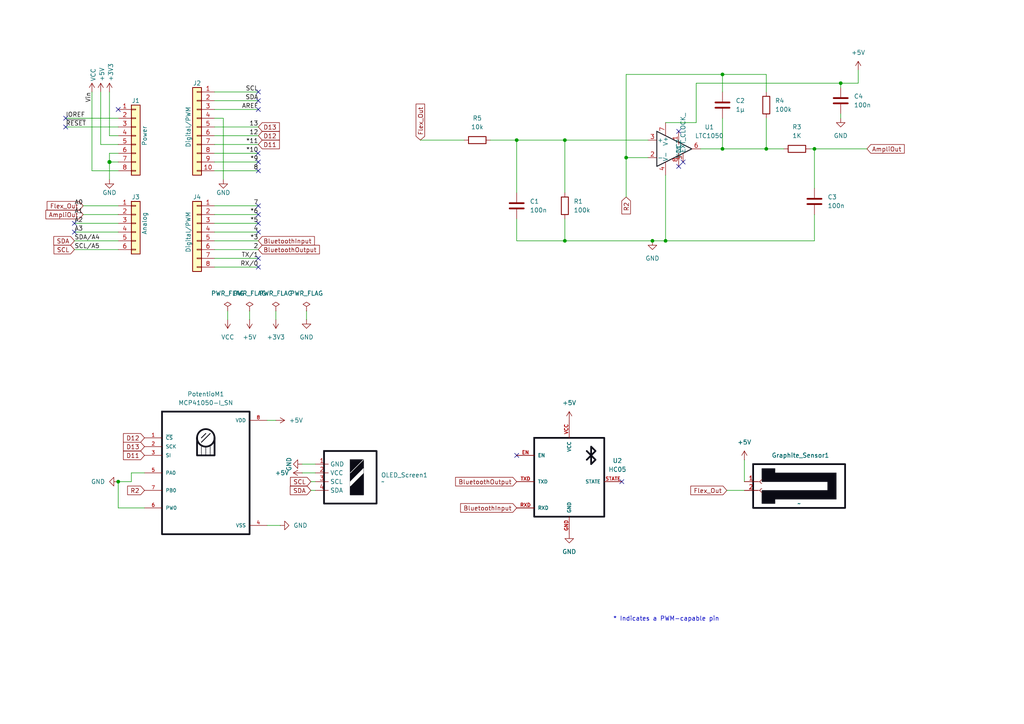
<source format=kicad_sch>
(kicad_sch (version 20250114) (generator "eeschema") (generator_version "9.0")
  (paper "A4")
  (title_block (date "mar. 31 mars 2015"))
  (lib_symbols
    (symbol "+3V3_1" (power) (pin_numbers (hide yes)) (pin_names (offset 0) (hide yes))
      (property "Value" "+3V3" (at 0 3.556 0))
      (symbol "+3V3_1_0_1"
        (polyline (pts (xy -0.762 1.27) (xy 0 2.54)))
        (polyline (pts (xy 0 2.54) (xy 0.762 1.27)))
        (polyline (pts (xy 0 0) (xy 0 2.54)))
      )
      (symbol "+3V3_1_1_1"
        (pin power_in line (at 0 0 90) (length 0) (name "~") (number "1"))
      )
    )
    (symbol "+5V_1" (power) (pin_numbers (hide yes)) (pin_names (offset 0) (hide yes))
      (property "Value" "+5V" (at 0 3.556 0))
      (symbol "+5V_1_0_1"
        (polyline (pts (xy -0.762 1.27) (xy 0 2.54)))
        (polyline (pts (xy 0 2.54) (xy 0.762 1.27)))
        (polyline (pts (xy 0 0) (xy 0 2.54)))
      )
      (symbol "+5V_1_1_1"
        (pin power_in line (at 0 0 90) (length 0) (name "~") (number "1"))
      )
    )
    (symbol "+5V_2" (power) (pin_numbers (hide yes)) (pin_names (offset 0) (hide yes))
      (property "Value" "+5V" (at 0 3.556 0))
      (symbol "+5V_2_0_1"
        (polyline (pts (xy -0.762 1.27) (xy 0 2.54)))
        (polyline (pts (xy 0 2.54) (xy 0.762 1.27)))
        (polyline (pts (xy 0 0) (xy 0 2.54)))
      )
      (symbol "+5V_2_1_1"
        (pin power_in line (at 0 0 90) (length 0) (name "~") (number "1"))
      )
    )
    (symbol "+5V_3" (power) (pin_numbers (hide yes)) (pin_names (offset 0) (hide yes))
      (property "Value" "+5V" (at 0 3.556 0))
      (symbol "+5V_3_0_1"
        (polyline (pts (xy -0.762 1.27) (xy 0 2.54)))
        (polyline (pts (xy 0 2.54) (xy 0.762 1.27)))
        (polyline (pts (xy 0 0) (xy 0 2.54)))
      )
      (symbol "+5V_3_1_1"
        (pin power_in line (at 0 0 90) (length 0) (name "~") (number "1"))
      )
    )
    (symbol "+5V_4" (power) (pin_numbers (hide yes)) (pin_names (offset 0) (hide yes))
      (property "Value" "+5V" (at 0 3.556 0))
      (symbol "+5V_4_0_1"
        (polyline (pts (xy -0.762 1.27) (xy 0 2.54)))
        (polyline (pts (xy 0 2.54) (xy 0.762 1.27)))
        (polyline (pts (xy 0 0) (xy 0 2.54)))
      )
      (symbol "+5V_4_1_1"
        (pin power_in line (at 0 0 90) (length 0) (name "~") (number "1"))
      )
    )
    (symbol "Connector:Conn_01x02_Socket" (pin_names (offset 1.016) (hide yes))
      (property "Reference" "Graphite_Sensor1" (at 11.176 7.62 0))
      (property "Value" "~" (at 10.795 -6.35 0))
      (symbol "Conn_01x02_Socket_1_1"
        (rectangle (start -2.54 5.08) (end 24.13 -7.62) (stroke (width 0.5) (color 10 10 20 1)))
        (polyline (pts (xy -1.27 0) (xy -0.508 0)) (stroke (width 0.1524)))
        (polyline (pts (xy -1.27 -2.54) (xy -0.508 -2.54)) (stroke (width 0.1524)))
        (polyline (pts (xy 0 3.81) (xy 3.81 3.81) (xy 3.81 2.54) (xy 21.59 2.54) (xy 21.59 -5.08) (xy 3.81 -5.08) (xy 3.81 -6.35) (xy 0 -6.35) (xy 0 -2.54) (xy 19.05 -2.54) (xy 19.05 0) (xy 3.81 0) (xy 0 0) (xy 0 3.81)) (stroke (width 0.1) (color 10 10 20 1)) (fill (type color) (color 10 10 20 1)))
        (arc (start 0 -0.508) (mid -0.5058 0) (end 0 0.508) (stroke (width 0.1524)))
        (arc (start 0 -3.048) (mid -0.5058 -2.54) (end 0 -2.032) (stroke (width 0.1524)))
        (pin passive line (at -5.08 0 0) (length 3.81) (name "VCC") (number "1"))
        (pin passive line (at -5.08 -2.54 0) (length 3.81) (name "OutPut") (number "2"))
      )
    )
    (symbol "Connector_Generic:Conn_01x06" (pin_names (offset 1.016) (hide yes))
      (property "Reference" "J" (at 0 7.62 0))
      (property "Value" "Conn_01x06" (at 0 -10.16 0))
      (symbol "Conn_01x06_1_1"
        (rectangle (start -1.27 6.35) (end 1.27 -8.89) (stroke (width 0.254)) (fill (type background)))
        (rectangle (start -1.27 5.207) (end 0 4.953) (stroke (width 0.1524)))
        (rectangle (start -1.27 2.667) (end 0 2.413) (stroke (width 0.1524)))
        (rectangle (start -1.27 0.127) (end 0 -0.127) (stroke (width 0.1524)))
        (rectangle (start -1.27 -2.413) (end 0 -2.667) (stroke (width 0.1524)))
        (rectangle (start -1.27 -4.953) (end 0 -5.207) (stroke (width 0.1524)))
        (rectangle (start -1.27 -7.493) (end 0 -7.747) (stroke (width 0.1524)))
        (pin passive line (at -5.08 5.08 0) (length 3.81) (name "Pin_1") (number "1"))
        (pin passive line (at -5.08 2.54 0) (length 3.81) (name "Pin_2") (number "2"))
        (pin passive line (at -5.08 0 0) (length 3.81) (name "Pin_3") (number "3"))
        (pin passive line (at -5.08 -2.54 0) (length 3.81) (name "Pin_4") (number "4"))
        (pin passive line (at -5.08 -5.08 0) (length 3.81) (name "Pin_5") (number "5"))
        (pin passive line (at -5.08 -7.62 0) (length 3.81) (name "Pin_6") (number "6"))
      )
    )
    (symbol "Connector_Generic:Conn_01x08" (pin_names (offset 1.016) (hide yes))
      (property "Reference" "J" (at 0 10.16 0))
      (property "Value" "Conn_01x08" (at 0 -12.7 0))
      (symbol "Conn_01x08_1_1"
        (rectangle (start -1.27 8.89) (end 1.27 -11.43) (stroke (width 0.254)) (fill (type background)))
        (rectangle (start -1.27 7.747) (end 0 7.493) (stroke (width 0.1524)))
        (rectangle (start -1.27 5.207) (end 0 4.953) (stroke (width 0.1524)))
        (rectangle (start -1.27 2.667) (end 0 2.413) (stroke (width 0.1524)))
        (rectangle (start -1.27 0.127) (end 0 -0.127) (stroke (width 0.1524)))
        (rectangle (start -1.27 -2.413) (end 0 -2.667) (stroke (width 0.1524)))
        (rectangle (start -1.27 -4.953) (end 0 -5.207) (stroke (width 0.1524)))
        (rectangle (start -1.27 -7.493) (end 0 -7.747) (stroke (width 0.1524)))
        (rectangle (start -1.27 -10.033) (end 0 -10.287) (stroke (width 0.1524)))
        (pin passive line (at -5.08 7.62 0) (length 3.81) (name "Pin_1") (number "1"))
        (pin passive line (at -5.08 5.08 0) (length 3.81) (name "Pin_2") (number "2"))
        (pin passive line (at -5.08 2.54 0) (length 3.81) (name "Pin_3") (number "3"))
        (pin passive line (at -5.08 0 0) (length 3.81) (name "Pin_4") (number "4"))
        (pin passive line (at -5.08 -2.54 0) (length 3.81) (name "Pin_5") (number "5"))
        (pin passive line (at -5.08 -5.08 0) (length 3.81) (name "Pin_6") (number "6"))
        (pin passive line (at -5.08 -7.62 0) (length 3.81) (name "Pin_7") (number "7"))
        (pin passive line (at -5.08 -10.16 0) (length 3.81) (name "Pin_8") (number "8"))
      )
    )
    (symbol "Connector_Generic:Conn_01x10" (pin_names (offset 1.016) (hide yes))
      (property "Reference" "J" (at 0 12.7 0))
      (property "Value" "Conn_01x10" (at 0 -15.24 0))
      (symbol "Conn_01x10_1_1"
        (rectangle (start -1.27 11.43) (end 1.27 -13.97) (stroke (width 0.254)) (fill (type background)))
        (rectangle (start -1.27 10.287) (end 0 10.033) (stroke (width 0.1524)))
        (rectangle (start -1.27 7.747) (end 0 7.493) (stroke (width 0.1524)))
        (rectangle (start -1.27 5.207) (end 0 4.953) (stroke (width 0.1524)))
        (rectangle (start -1.27 2.667) (end 0 2.413) (stroke (width 0.1524)))
        (rectangle (start -1.27 0.127) (end 0 -0.127) (stroke (width 0.1524)))
        (rectangle (start -1.27 -2.413) (end 0 -2.667) (stroke (width 0.1524)))
        (rectangle (start -1.27 -4.953) (end 0 -5.207) (stroke (width 0.1524)))
        (rectangle (start -1.27 -7.493) (end 0 -7.747) (stroke (width 0.1524)))
        (rectangle (start -1.27 -10.033) (end 0 -10.287) (stroke (width 0.1524)))
        (rectangle (start -1.27 -12.573) (end 0 -12.827) (stroke (width 0.1524)))
        (pin passive line (at -5.08 10.16 0) (length 3.81) (name "Pin_1") (number "1"))
        (pin passive line (at -5.08 7.62 0) (length 3.81) (name "Pin_2") (number "2"))
        (pin passive line (at -5.08 5.08 0) (length 3.81) (name "Pin_3") (number "3"))
        (pin passive line (at -5.08 2.54 0) (length 3.81) (name "Pin_4") (number "4"))
        (pin passive line (at -5.08 0 0) (length 3.81) (name "Pin_5") (number "5"))
        (pin passive line (at -5.08 -2.54 0) (length 3.81) (name "Pin_6") (number "6"))
        (pin passive line (at -5.08 -5.08 0) (length 3.81) (name "Pin_7") (number "7"))
        (pin passive line (at -5.08 -7.62 0) (length 3.81) (name "Pin_8") (number "8"))
        (pin passive line (at -5.08 -10.16 0) (length 3.81) (name "Pin_9") (number "9"))
        (pin passive line (at -5.08 -12.7 0) (length 3.81) (name "Pin_10") (number "10"))
      )
    )
    (symbol "Device:C" (pin_numbers (hide yes)) (pin_names (offset 0.254))
      (property "Reference" "C" (at 0.635 2.54 0))
      (property "Value" "C" (at 0.635 -2.54 0))
      (symbol "C_0_1"
        (polyline (pts (xy -2.032 0.762) (xy 2.032 0.762)) (stroke (width 0.508)))
        (polyline (pts (xy -2.032 -0.762) (xy 2.032 -0.762)) (stroke (width 0.508)))
      )
      (symbol "C_1_1"
        (pin passive line (at 0 3.81 270) (length 2.794) (name "~") (number "1"))
        (pin passive line (at 0 -3.81 90) (length 2.794) (name "~") (number "2"))
      )
    )
    (symbol "Device:R" (pin_numbers (hide yes)) (pin_names (offset 0))
      (property "Reference" "R" (at 2.032 0 90))
      (property "Value" "R" (at 0 0 90))
      (symbol "R_0_1"
        (rectangle (start -1.016 -2.54) (end 1.016 2.54) (stroke (width 0.254)))
      )
      (symbol "R_1_1"
        (pin passive line (at 0 3.81 270) (length 1.27) (name "~") (number "1"))
        (pin passive line (at 0 -3.81 90) (length 1.27) (name "~") (number "2"))
      )
    )
    (symbol "GND_1" (power) (pin_numbers (hide yes)) (pin_names (offset 0) (hide yes))
      (property "Value" "GND" (at 0 -3.81 0))
      (symbol "GND_1_0_1"
        (polyline (pts (xy 0 0) (xy 0 -1.27) (xy 1.27 -1.27) (xy 0 -2.54) (xy -1.27 -1.27) (xy 0 -1.27)))
      )
      (symbol "GND_1_1_1"
        (pin power_in line (at 0 0 270) (length 0) (name "~") (number "1"))
      )
    )
    (symbol "GND_3" (power) (pin_numbers (hide yes)) (pin_names (offset 0) (hide yes))
      (property "Value" "GND" (at 0 -3.81 0))
      (symbol "GND_3_0_1"
        (polyline (pts (xy 0 0) (xy 0 -1.27) (xy 1.27 -1.27) (xy 0 -2.54) (xy -1.27 -1.27) (xy 0 -1.27)))
      )
      (symbol "GND_3_1_1"
        (pin power_in line (at 0 0 270) (length 0) (name "~") (number "1"))
      )
    )
    (symbol "GND_4" (power) (pin_numbers (hide yes)) (pin_names (offset 0) (hide yes))
      (property "Value" "GND" (at 0 -3.81 0))
      (symbol "GND_4_0_1"
        (polyline (pts (xy 0 0) (xy 0 -1.27) (xy 1.27 -1.27) (xy 0 -2.54) (xy -1.27 -1.27) (xy 0 -1.27)))
      )
      (symbol "GND_4_1_1"
        (pin power_in line (at 0 0 270) (length 0) (name "~") (number "1"))
      )
    )
    (symbol "Graphite:HC05" (pin_names (offset 1.016))
      (property "Reference" "U2" (at 16.51 6.0708 0))
      (property "Value" "HC05" (at 16.51 3.5308 0))
      (symbol "HC05_0_0"
        (pin bidirectional line (at -12.7 7.62 0) (length 5.08) (name "EN") (number "EN"))
        (pin bidirectional line (at -12.7 0 0) (length 5.08) (name "TXD") (number "TXD"))
        (pin bidirectional line (at -12.7 -7.62 0) (length 5.08) (name "RXD") (number "RXD"))
        (pin bidirectional line (at 2.54 17.78 270) (length 5.08) (name "VCC") (number "VCC"))
        (pin bidirectional line (at 17.78 0 180) (length 5.08) (name "STATE") (number "STATE"))
      )
      (symbol "HC05_1_0"
        (rectangle (start -7.62 12.7) (end 12.7 -10.16) (stroke (width 0.5) (color 10 10 20 1)))
        (pin input line (at 2.54 -15.24 90) (length 5.08) (name "GND") (number "GND"))
      )
      (symbol "HC05_1_1"
        (polyline (pts (xy 7.62 8.89) (xy 8.89 7.62) (xy 10.16 8.89) (xy 8.89 10.16) (xy 8.89 5.08) (xy 10.16 6.35) (xy 8.89 7.62) (xy 7.62 6.35)) (stroke (width 0.5) (color 10 10 20 1)))
      )
    )
    (symbol "Graphite:LTC1050" (pin_names (offset 0.127))
      (property "Reference" "U1" (at 10.16 6.3186 0))
      (property "Value" "LTC1050" (at 10.16 3.7786 0))
      (symbol "LTC1050_1_1"
        (polyline (pts (xy -5.08 5.08) (xy -5.08 -5.08) (xy 5.08 0) (xy -5.08 5.08)) (stroke (width 0.25) (color 10 10 20 1)))
        (pin input line (at -7.62 2.54 0) (length 2.54) (name "+") (number "3"))
        (pin input line (at -7.62 -2.54 0) (length 2.54) (name "-") (number "2"))
        (pin no_connect line (at -5.08 0 0) (length 3.81) (hide yes) (name "NC") (number "1"))
        (pin power_in line (at -2.54 7.62 270) (length 3.81) (name "V+") (number "7"))
        (pin power_in line (at -2.54 -7.62 90) (length 3.81) (name "V-") (number "4"))
        (pin no_connect line (at 0 2.54 270) (length 3.81) (hide yes) (name "NC") (number "8"))
        (pin no_connect line (at 0 -2.54 90) (length 3.81) (hide yes) (name "NC") (number "5"))
        (pin passive line (at 1.27 5.08 270) (length 3.81) (name "NC1") (number "1"))
        (pin passive line (at 1.27 -5.08 90) (length 3.81) (name "NC2") (number "8"))
        (pin input line (at 2.54 -3.81 90) (length 2.54) (name "EXT_CLOCK_") (number "5"))
        (pin output line (at 7.62 0 180) (length 2.54) (name "~") (number "6"))
      )
    )
    (symbol "Graphite:MCP41050-I_SN" (pin_names (offset 1.016))
      (property "Reference" "PotentioM" (at 0 22.86 0))
      (property "Value" "MCP41050-I_SN" (at 0 20.32 0))
      (symbol "MCP41050-I_SN_0_0"
        (pin input line (at -17.78 10.16 0) (length 5.08) (name "~{CS}") (number "1"))
        (pin input line (at -17.78 7.62 0) (length 5.08) (name "SCK") (number "2"))
        (pin input line (at -17.78 5.08 0) (length 5.08) (name "SI") (number "3"))
        (pin bidirectional line (at -17.78 0 0) (length 5.08) (name "PA0") (number "5"))
        (pin bidirectional line (at -17.78 -5.08 0) (length 5.08) (name "PB0") (number "7"))
        (pin bidirectional line (at -17.78 -10.16 0) (length 5.08) (name "PW0") (number "6"))
        (pin power_in line (at 17.78 15.24 180) (length 5.08) (name "VDD") (number "8"))
        (pin power_in line (at 17.78 -15.24 180) (length 5.08) (name "VSS") (number "4"))
      )
      (symbol "MCP41050-I_SN_1_0"
        (rectangle (start -12.7 17.78) (end 12.7 -17.78) (stroke (width 0.5) (color 10 10 20 1)))
        (polyline (pts (xy -1.27 10.16) (xy 0 11.43)) (stroke (width 0.25) (color 10 10 20 1)))
        (polyline (pts (xy -1.27 8.89) (xy 1.27 11.43)) (stroke (width 0.25) (color 10 10 20 1)))
        (circle (center 0 10.16) (radius 2.54) (stroke (width 0.5) (color 10 10 20 1)))
        (polyline (pts (xy 2.54 10.16) (xy 2.54 5.08) (xy -2.54 5.08) (xy -2.54 10.16)) (stroke (width 0.5) (color 10 10 20 1)))
      )
      (symbol "MCP41050-I_SN_1_1"
        (polyline (pts (xy -1.27 7.62) (xy -1.27 5.08)) (stroke (width 0) (color 10 10 20 1)))
        (polyline (pts (xy 0 7.62) (xy 0 5.08)) (stroke (width 0) (color 10 10 20 1)))
        (polyline (pts (xy 1.27 7.62) (xy 1.27 5.08)) (stroke (width 0) (color 10 10 20 1)))
      )
    )
    (symbol "Graphite:OLED"
      (property "Reference" "OLED_Screen1" (at 13.97 -0.6349 0))
      (property "Value" "~" (at 13.97 -2.54 0))
      (symbol "OLED_1_1"
        (rectangle (start -2.54 6.35) (end 12.7 -8.89) (stroke (width 0.5) (color 10 10 20 1)))
        (rectangle (start 5.08 3.81) (end 8.89 -6.35) (stroke (width 0.254) (color 10 10 20 1)) (fill (type outline)))
        (polyline (pts (xy 5.08 0) (xy 8.89 3.81)) (stroke (width 0) (color 255 255 255 1)))
        (polyline (pts (xy 5.08 -2.54) (xy 8.89 1.27) (xy 8.89 0) (xy 5.08 -3.81) (xy 5.08 -2.54)) (stroke (width 0) (color 255 255 255 1)) (fill (type outline)))
        (pin input line (at -5.08 2.54 0) (length 3.81) (name "GND") (number "1"))
        (pin input line (at -5.08 0 0) (length 3.81) (name "VCC") (number "2"))
        (pin input line (at -5.08 -2.54 0) (length 3.81) (name "SCL") (number "3"))
        (pin bidirectional line (at -5.08 -5.08 0) (length 3.81) (name "SDA") (number "4"))
      )
    )
    (symbol "VCC_1" (power) (pin_numbers (hide yes)) (pin_names (offset 0) (hide yes))
      (property "Value" "VCC" (at 0 3.556 0))
      (symbol "VCC_1_0_1"
        (polyline (pts (xy -0.762 1.27) (xy 0 2.54)))
        (polyline (pts (xy 0 2.54) (xy 0.762 1.27)))
        (polyline (pts (xy 0 0) (xy 0 2.54)))
      )
      (symbol "VCC_1_1_1"
        (pin power_in line (at 0 0 90) (length 0) (name "~") (number "1"))
      )
    )
    (symbol "power:+3V3" (power) (pin_names (offset 0))
      (property "Value" "+3V3" (at 0 3.556 0))
      (symbol "+3V3_0_1"
        (polyline (pts (xy -0.762 1.27) (xy 0 2.54)))
        (polyline (pts (xy 0 2.54) (xy 0.762 1.27)))
        (polyline (pts (xy 0 0) (xy 0 2.54)))
      )
      (symbol "+3V3_1_1"
        (pin power_in line (at 0 0 90) (length 0) (hide yes) (name "+3V3") (number "1"))
      )
    )
    (symbol "power:+5V" (power) (pin_names (offset 0))
      (property "Value" "+5V" (at 0 3.556 0))
      (symbol "+5V_0_1"
        (polyline (pts (xy -0.762 1.27) (xy 0 2.54)))
        (polyline (pts (xy 0 2.54) (xy 0.762 1.27)))
        (polyline (pts (xy 0 0) (xy 0 2.54)))
      )
      (symbol "+5V_1_1"
        (pin power_in line (at 0 0 90) (length 0) (hide yes) (name "+5V") (number "1"))
      )
    )
    (symbol "power:GND" (power) (pin_names (offset 0))
      (property "Value" "GND" (at 0 -3.81 0))
      (symbol "GND_0_1"
        (polyline (pts (xy 0 0) (xy 0 -1.27) (xy 1.27 -1.27) (xy 0 -2.54) (xy -1.27 -1.27) (xy 0 -1.27)))
      )
      (symbol "GND_1_1"
        (pin power_in line (at 0 0 270) (length 0) (hide yes) (name "GND") (number "1"))
      )
    )
    (symbol "power:PWR_FLAG" (power) (pin_numbers (hide yes)) (pin_names (offset 0) (hide yes))
      (property "Value" "PWR_FLAG" (at 0 3.81 0))
      (symbol "PWR_FLAG_0_0"
        (pin power_out line (at 0 0 90) (length 0) (name "~") (number "1"))
      )
      (symbol "PWR_FLAG_0_1"
        (polyline (pts (xy 0 0) (xy 0 1.27) (xy -1.016 1.905) (xy 0 2.54) (xy 1.016 1.905) (xy 0 1.27)))
      )
    )
    (symbol "power:VCC" (power) (pin_names (offset 0))
      (property "Value" "VCC" (at 0 3.81 0))
      (symbol "VCC_0_1"
        (polyline (pts (xy -0.762 1.27) (xy 0 2.54)))
        (polyline (pts (xy 0 2.54) (xy 0.762 1.27)))
        (polyline (pts (xy 0 0) (xy 0 2.54)))
      )
      (symbol "VCC_1_1"
        (pin power_in line (at 0 0 90) (length 0) (hide yes) (name "VCC") (number "1"))
      )
    )
  )
  (text "* Indicates a PWM-capable pin" (at 177.8 180.34 0) (effects (font (size 1.27 1.27)) (justify left bottom)))
  (junction (at 181.61 45.72))
  (junction (at 149.86 40.64))
  (junction (at 163.83 40.64))
  (junction (at 31.75 46.99) (diameter 1.016))
  (junction (at 34.29 139.7))
  (junction (at 243.84 24.13))
  (junction (at 209.55 21.59))
  (junction (at 163.83 69.85))
  (junction (at 189.23 69.85))
  (junction (at 222.25 43.18))
  (junction (at 236.22 43.18))
  (junction (at 193.04 69.85))
  (junction (at 209.55 43.18))
  (no_connect (at 19.05 36.83))
  (no_connect (at 74.93 49.53))
  (no_connect (at 74.93 74.93))
  (no_connect (at 74.93 31.75))
  (no_connect (at 196.85 48.26))
  (no_connect (at 74.93 46.99))
  (no_connect (at 74.93 29.21))
  (no_connect (at 74.93 59.69))
  (no_connect (at 74.93 62.23))
  (no_connect (at 74.93 67.31))
  (no_connect (at 74.8286 44.45))
  (no_connect (at 196.85 38.1))
  (no_connect (at 198.12 46.99))
  (no_connect (at 74.93 64.77))
  (no_connect (at 74.93 26.67))
  (no_connect (at 180.34 139.7))
  (no_connect (at 74.93 77.47))
  (no_connect (at 34.29 31.75))
  (no_connect (at 21.59 64.77))
  (no_connect (at 19.05 34.29))
  (no_connect (at 149.86 132.08))
  (no_connect (at 21.59 67.31))
  (wire (pts (xy 62.23 77.47) (xy 74.93 77.47)))
  (wire (pts (xy 87.63 137.16) (xy 91.44 137.16)))
  (wire (pts (xy 236.22 43.18) (xy 236.22 54.61)))
  (wire (pts (xy 181.61 45.72) (xy 181.61 57.15)))
  (wire (pts (xy 62.23 26.67) (xy 74.93 26.67)))
  (wire (pts (xy 90.17 139.7) (xy 91.44 139.7)))
  (wire (pts (xy 121.92 40.64) (xy 134.62 40.64)))
  (wire (pts (xy 193.04 69.85) (xy 236.22 69.85)))
  (wire (pts (xy 209.55 21.59) (xy 181.61 21.59)))
  (wire (pts (xy 31.75 44.45) (xy 31.75 46.99)))
  (wire (pts (xy 193.04 35.56) (xy 201.93 35.56)))
  (wire (pts (xy 236.22 62.23) (xy 236.22 69.85)))
  (wire (pts (xy 21.59 72.39) (xy 34.29 72.39)))
  (wire (pts (xy 77.47 152.4) (xy 81.28 152.4)))
  (wire (pts (xy 31.75 46.99) (xy 31.75 52.07)))
  (wire (pts (xy 31.75 39.37) (xy 34.29 39.37)))
  (wire (pts (xy 243.84 33.02) (xy 243.84 34.29)))
  (wire (pts (xy 72.39 90.17) (xy 72.39 92.71)))
  (wire (pts (xy 210.82 142.24) (xy 215.9 142.24)))
  (wire (pts (xy 29.21 41.91) (xy 34.29 41.91)))
  (wire (pts (xy 29.21 26.67) (xy 29.21 41.91)))
  (wire (pts (xy 24.13 62.23) (xy 34.29 62.23)))
  (wire (pts (xy 149.86 69.85) (xy 163.83 69.85)))
  (wire (pts (xy 41.91 147.32) (xy 34.29 147.32)))
  (wire (pts (xy 222.25 34.29) (xy 222.25 43.18)))
  (wire (pts (xy 62.23 36.83) (xy 74.93 36.83)))
  (wire (pts (xy 201.93 24.13) (xy 201.93 35.56)))
  (wire (pts (xy 189.23 69.85) (xy 193.04 69.85)))
  (wire (pts (xy 31.75 26.67) (xy 31.75 39.37)))
  (wire (pts (xy 62.23 59.69) (xy 74.93 59.69)))
  (wire (pts (xy 62.23 39.37) (xy 74.93 39.37)))
  (wire (pts (xy 62.23 62.23) (xy 74.93 62.23)))
  (wire (pts (xy 209.55 34.29) (xy 209.55 43.18)))
  (wire (pts (xy 41.91 137.16) (xy 38.1 137.16)))
  (wire (pts (xy 142.24 40.64) (xy 149.86 40.64)))
  (wire (pts (xy 149.86 55.88) (xy 149.86 40.64)))
  (wire (pts (xy 222.25 21.59) (xy 209.55 21.59)))
  (wire (pts (xy 62.23 46.99) (xy 74.93 46.99)))
  (wire (pts (xy 38.1 137.16) (xy 38.1 139.7)))
  (wire (pts (xy 34.29 139.7) (xy 34.29 147.32)))
  (wire (pts (xy 243.84 24.13) (xy 248.92 24.13)))
  (wire (pts (xy 62.23 67.31) (xy 74.93 67.31)))
  (wire (pts (xy 66.04 90.17) (xy 66.04 92.71)))
  (wire (pts (xy 19.05 34.29) (xy 34.29 34.29)))
  (wire (pts (xy 163.83 63.5) (xy 163.83 69.85)))
  (wire (pts (xy 149.86 63.5) (xy 149.86 69.85)))
  (wire (pts (xy 149.86 40.64) (xy 163.83 40.64)))
  (wire (pts (xy 24.13 59.69) (xy 34.29 59.69)))
  (wire (pts (xy 215.9 133.35) (xy 215.9 139.7)))
  (wire (pts (xy 64.77 34.29) (xy 64.77 52.07)))
  (wire (pts (xy 209.55 21.59) (xy 209.55 26.67)))
  (wire (pts (xy 62.23 31.75) (xy 74.93 31.75)))
  (wire (pts (xy 34.29 64.77) (xy 21.59 64.77)))
  (wire (pts (xy 193.04 50.8) (xy 193.04 69.85)))
  (wire (pts (xy 19.05 36.83) (xy 34.29 36.83)))
  (wire (pts (xy 234.95 43.18) (xy 236.22 43.18)))
  (wire (pts (xy 34.29 46.99) (xy 31.75 46.99)))
  (wire (pts (xy 62.23 41.91) (xy 74.93 41.91)))
  (wire (pts (xy 222.25 26.67) (xy 222.25 21.59)))
  (wire (pts (xy 77.47 121.92) (xy 80.01 121.92)))
  (wire (pts (xy 34.29 49.53) (xy 26.67 49.53)))
  (wire (pts (xy 88.9 90.17) (xy 88.9 92.71)))
  (wire (pts (xy 251.46 43.18) (xy 236.22 43.18)))
  (wire (pts (xy 181.61 21.59) (xy 181.61 45.72)))
  (wire (pts (xy 203.2 43.18) (xy 209.55 43.18)))
  (wire (pts (xy 201.93 24.13) (xy 243.84 24.13)))
  (wire (pts (xy 62.23 34.29) (xy 64.77 34.29)))
  (wire (pts (xy 38.1 139.7) (xy 34.29 139.7)))
  (wire (pts (xy 34.29 44.45) (xy 31.75 44.45)))
  (wire (pts (xy 222.25 43.18) (xy 227.33 43.18)))
  (wire (pts (xy 243.84 24.13) (xy 243.84 25.4)))
  (wire (pts (xy 62.23 64.77) (xy 74.93 64.77)))
  (wire (pts (xy 90.17 142.24) (xy 91.44 142.24)))
  (wire (pts (xy 21.59 67.31) (xy 34.29 67.31)))
  (wire (pts (xy 80.01 90.17) (xy 80.01 92.71)))
  (wire (pts (xy 87.63 134.62) (xy 91.44 134.62)))
  (wire (pts (xy 209.55 43.18) (xy 222.25 43.18)))
  (wire (pts (xy 163.83 69.85) (xy 189.23 69.85)))
  (wire (pts (xy 62.23 29.21) (xy 74.93 29.21)))
  (wire (pts (xy 62.23 44.45) (xy 74.93 44.45)))
  (wire (pts (xy 62.23 72.39) (xy 74.93 72.39)))
  (wire (pts (xy 62.23 69.85) (xy 74.93 69.85)))
  (wire (pts (xy 187.96 45.72) (xy 181.61 45.72)))
  (wire (pts (xy 163.83 40.64) (xy 163.83 55.88)))
  (wire (pts (xy 62.23 74.93) (xy 74.93 74.93)))
  (wire (pts (xy 187.96 40.64) (xy 163.83 40.64)))
  (wire (pts (xy 26.67 49.53) (xy 26.67 26.67)))
  (wire (pts (xy 34.29 69.85) (xy 21.59 69.85)))
  (wire (pts (xy 62.23 49.53) (xy 74.93 49.53)))
  (wire (pts (xy 248.92 20.32) (xy 248.92 24.13)))
  (label "RX{slash}0" (at 74.93 77.47 180))
  (label "A2" (at 21.59 64.77 0))
  (label "4" (at 74.93 67.31 180))
  (label "2" (at 74.93 72.39 180))
  (label "A3" (at 21.59 67.31 0))
  (label "13" (at 74.93 36.83 180))
  (label "12" (at 74.93 39.37 180))
  (label "~{RESET}" (at 19.05 36.83 0))
  (label "*10" (at 74.93 44.45 180))
  (label "7" (at 74.93 59.69 180))
  (label "SDA" (at 74.93 29.21 180))
  (label "8" (at 74.93 49.53 180))
  (label "*11" (at 74.93 41.91 180))
  (label "*3" (at 74.93 69.85 180))
  (label "A1" (at 21.59 62.23 0))
  (label "TX{slash}1" (at 74.93 74.93 180))
  (label "A0" (at 21.59 59.69 0))
  (label "AREF" (at 74.93 31.75 180))
  (label "Vin" (at 26.67 26.67 270))
  (label "*6" (at 74.93 62.23 180))
  (label "SCL" (at 74.93 26.67 180))
  (label "*9" (at 74.93 46.99 180))
  (label "*5" (at 74.93 64.77 180))
  (label "IOREF" (at 19.05 34.29 0))
  (label "SDA{slash}A4" (at 21.59 69.85 0))
  (label "SCL{slash}A5" (at 21.59 72.39 0))
  (global_label "BluetoothOutput" (shape input) (at 149.86 139.7 180) (property "Intersheetrefs" "${INTERSHEET_REFS}" (effects (hide yes))))
  (global_label "R2" (shape input) (at 41.91 142.24 180) (property "Intersheetrefs" "${INTERSHEET_REFS}" (effects (hide yes))))
  (global_label "D12" (shape input) (at 41.91 127 180) (property "Intersheetrefs" "${INTERSHEET_REFS}" (effects (hide yes))))
  (global_label "D11" (shape input) (at 74.93 41.91 0) (property "Intersheetrefs" "${INTERSHEET_REFS}" (effects (hide yes))))
  (global_label "D13" (shape input) (at 41.91 129.54 180) (property "Intersheetrefs" "${INTERSHEET_REFS}" (effects (hide yes))))
  (global_label "Flex_Out" (shape input) (at 24.13 59.69 180) (property "Intersheetrefs" "${INTERSHEET_REFS}" (effects (hide yes))))
  (global_label "D13" (shape input) (at 74.93 36.83 0) (property "Intersheetrefs" "${INTERSHEET_REFS}" (effects (hide yes))))
  (global_label "Flex_Out" (shape input) (at 210.82 142.24 180) (property "Intersheetrefs" "${INTERSHEET_REFS}" (effects (hide yes))))
  (global_label "SDA" (shape input) (at 21.59 69.85 180) (property "Intersheetrefs" "${INTERSHEET_REFS}" (effects (hide yes))))
  (global_label "R2" (shape input) (at 181.61 57.15 270) (property "Intersheetrefs" "${INTERSHEET_REFS}" (effects (hide yes))))
  (global_label "Flex_Out" (shape input) (at 121.92 40.64 90) (property "Intersheetrefs" "${INTERSHEET_REFS}" (effects (hide yes))))
  (global_label "BluetoothInput" (shape input) (at 74.93 69.85 0) (property "Intersheetrefs" "${INTERSHEET_REFS}" (effects (hide yes))))
  (global_label "BluetoothOutput" (shape input) (at 74.93 72.39 0) (property "Intersheetrefs" "${INTERSHEET_REFS}" (effects (hide yes))))
  (global_label "D12" (shape input) (at 74.93 39.37 0) (property "Intersheetrefs" "${INTERSHEET_REFS}" (effects (hide yes))))
  (global_label "SCL" (shape input) (at 21.59 72.39 180) (property "Intersheetrefs" "${INTERSHEET_REFS}" (effects (hide yes))))
  (global_label "SDA" (shape input) (at 90.17 142.24 180) (property "Intersheetrefs" "${INTERSHEET_REFS}" (effects (hide yes))))
  (global_label "AmpliOut" (shape input) (at 24.13 62.23 180) (property "Intersheetrefs" "${INTERSHEET_REFS}" (effects (hide yes))))
  (global_label "BluetoothInput" (shape input) (at 149.86 147.32 180) (property "Intersheetrefs" "${INTERSHEET_REFS}" (effects (hide yes))))
  (global_label "SCL" (shape input) (at 90.17 139.7 180) (property "Intersheetrefs" "${INTERSHEET_REFS}" (effects (hide yes))))
  (global_label "D11" (shape input) (at 41.91 132.08 180) (property "Intersheetrefs" "${INTERSHEET_REFS}" (effects (hide yes))))
  (global_label "AmpliOut" (shape input) (at 251.46 43.18 0) (property "Intersheetrefs" "${INTERSHEET_REFS}" (effects (hide yes))))
  (symbol (lib_id "Connector_Generic:Conn_01x08") (at 39.37 39.37 0) (unit 1)
    (property "Reference" "J1" (at 39.37 29.21 0))
    (property "Value" "Power" (at 41.91 39.37 90))
    (property "Footprint" "Connector_PinSocket_2.54mm:PinSocket_1x08_P2.54mm_Vertical" (effects (hide yes)))
  )
  (symbol (lib_id "power:+3V3") (at 31.75 26.67 0) (unit 1)
    (property "Reference" "#PWR03" (effects (hide yes)))
    (property "Value" "+3V3" (at 32.131 23.622 90) (effects (justify left)))
  )
  (symbol (lib_id "power:+5V") (at 29.21 26.67 0) (unit 1)
    (property "Reference" "#PWR02" (effects (hide yes)))
    (property "Value" "+5V" (at 29.5656 23.622 90) (effects (justify left)))
  )
  (symbol (lib_id "power:GND") (at 31.75 52.07 0) (unit 1)
    (property "Reference" "#PWR04" (effects (hide yes)))
    (property "Value" "GND" (at 31.75 55.88 0))
  )
  (symbol (lib_id "Connector_Generic:Conn_01x10") (at 57.15 36.83 0) (mirror y) (unit 1)
    (property "Reference" "J2" (at 57.15 24.13 0))
    (property "Value" "Digital/PWM" (at 54.61 36.83 90))
    (property "Footprint" "Connector_PinSocket_2.54mm:PinSocket_1x10_P2.54mm_Vertical" (effects (hide yes)))
  )
  (symbol (lib_id "power:GND") (at 64.77 52.07 0) (unit 1)
    (property "Reference" "#PWR05" (effects (hide yes)))
    (property "Value" "GND" (at 64.77 55.88 0))
  )
  (symbol (lib_id "Connector_Generic:Conn_01x06") (at 39.37 64.77 0) (unit 1)
    (property "Reference" "J3" (at 39.37 57.15 0))
    (property "Value" "Analog" (at 41.91 64.77 90))
    (property "Footprint" "Connector_PinSocket_2.54mm:PinSocket_1x06_P2.54mm_Vertical" (effects (hide yes)))
  )
  (symbol (lib_id "Connector_Generic:Conn_01x08") (at 57.15 67.31 0) (mirror y) (unit 1)
    (property "Reference" "J4" (at 57.15 57.15 0))
    (property "Value" "Digital/PWM" (at 54.61 67.31 90))
    (property "Footprint" "Connector_PinSocket_2.54mm:PinSocket_1x08_P2.54mm_Vertical" (effects (hide yes)))
  )
  (symbol (lib_id "Device:R") (at 222.25 30.48 180) (unit 1)
    (property "Reference" "R4" (at 224.79 29.2099 0) (effects (justify right)))
    (property "Value" "100k" (at 224.79 31.7499 0) (effects (justify right)))
    (property "Footprint" "Resistor_THT:R_Axial_DIN0204_L3.6mm_D1.6mm_P7.62mm_Horizontal" (effects (hide yes)))
    (property "Description" "Resistor" (effects (hide yes)))
  )
  (symbol (lib_id "Connector:Conn_01x02_Socket") (at 220.98 139.7 0) (unit 1)
    (property "Reference" "Graphite_Sensor1" (at 232.156 132.08 0))
    (property "Value" "~" (at 231.775 146.05 0))
    (property "Footprint" "Capteur4A:Sensor" (effects (hide yes)))
    (property "Description" "Graphite Sensor" (effects (hide yes)))
  )
  (symbol (lib_id "Device:C") (at 243.84 29.21 180) (unit 1)
    (property "Reference" "C4" (at 247.65 27.9399 0) (effects (justify right)))
    (property "Value" "100n" (at 247.65 30.4799 0) (effects (justify right)))
    (property "Footprint" "Capacitor_THT:C_Disc_D3.0mm_W2.0mm_P2.50mm" (effects (hide yes)))
    (property "Description" "Unpolarized capacitor" (effects (hide yes)))
  )
  (symbol (lib_name "GND_3") (lib_id "power:GND") (at 88.9 92.71 0) (unit 1)
    (property "Reference" "#PWR012" (effects (hide yes)))
    (property "Value" "GND" (at 88.9 97.79 0))
    (property "Description" "Power symbol creates a global label with name \"GND\" , ground" (effects (hide yes)))
  )
  (symbol (lib_id "Device:C") (at 209.55 30.48 0) (unit 1)
    (property "Reference" "C2" (at 213.36 29.2099 0) (effects (justify left)))
    (property "Value" "1µ" (at 213.36 31.7499 0) (effects (justify left)))
    (property "Footprint" "Capacitor_THT:C_Rect_L7.0mm_W4.5mm_P5.00mm" (effects (hide yes)))
    (property "Description" "Unpolarized capacitor" (effects (hide yes)))
  )
  (symbol (lib_name "+5V_1") (lib_id "power:+5V") (at 248.92 20.32 0) (unit 1)
    (property "Reference" "#PWR08" (effects (hide yes)))
    (property "Value" "+5V" (at 248.92 15.24 0))
    (property "Description" "Power symbol creates a global label with name \"+5V\"" (effects (hide yes)))
  )
  (symbol (lib_id "Graphite:MCP41050-I_SN") (at 59.69 137.16 0) (unit 1)
    (property "Reference" "PotentioM1" (at 59.69 114.3 0))
    (property "Value" "MCP41050-I_SN" (at 59.69 116.84 0))
    (property "Footprint" "Capteur4A:MCP41050" (effects (hide yes)))
    (property "MF" "Microchip" (effects (hide yes)))
    (property "Description_1" "\n                        \n                            MCP41050-I/SN,Digital Potentiometer 50kOhms 256-Pos Linear Serial-SPI 8-Pin SOIC | Microchip Technology Inc. MCP41050-I/SN\n                        \n" (effects (hide yes)))
    (property "Package" "SOIC-8 Microchip" (effects (hide yes)))
    (property "Price" "None" (effects (hide yes)))
    (property "SnapEDA_Link" "https://www.snapeda.com/parts/MCP41050-I/SN/Microchip/view-part/?ref=snap" (effects (hide yes)))
    (property "MP" "MCP41050-I/SN" (effects (hide yes)))
    (property "Availability" "In Stock" (effects (hide yes)))
    (property "Check_prices" "https://www.snapeda.com/parts/MCP41050-I/SN/Microchip/view-part/?ref=eda" (effects (hide yes)))
  )
  (symbol (lib_id "Device:C") (at 149.86 59.69 0) (unit 1)
    (property "Reference" "C1" (at 153.67 58.4199 0) (effects (justify left)))
    (property "Value" "100n" (at 153.67 60.9599 0) (effects (justify left)))
    (property "Footprint" "Capacitor_THT:C_Disc_D3.0mm_W2.0mm_P2.50mm" (effects (hide yes)))
    (property "Description" "Unpolarized capacitor" (effects (hide yes)))
  )
  (symbol (lib_name "GND_3") (lib_id "power:GND") (at 81.28 152.4 90) (unit 1)
    (property "Reference" "#PWR019" (effects (hide yes)))
    (property "Value" "GND" (at 85.09 152.3999 90) (effects (justify right)))
    (property "Description" "Power symbol creates a global label with name \"GND\" , ground" (effects (hide yes)))
  )
  (symbol (lib_id "power:PWR_FLAG") (at 88.9 90.17 0) (unit 1)
    (property "Reference" "#FLG04" (effects (hide yes)))
    (property "Value" "PWR_FLAG" (at 88.9 85.09 0))
    (property "Description" "Special symbol for telling ERC where power comes from" (effects (hide yes)))
  )
  (symbol (lib_id "Graphite:LTC1050") (at 195.58 43.18 0) (unit 1)
    (property "Reference" "U1" (at 205.74 36.8614 0))
    (property "Value" "LTC1050" (at 205.74 39.4014 0))
    (property "Footprint" "Capteur4A:LTC1050" (effects (hide yes)))
    (property "Datasheet" "https://www.analog.com/media/en/technical-documentation/data-sheets/OP1177_2177_4177.pdf" (effects (hide yes)))
    (property "Description" "Precision Low Noise, Low Input Bias Current Operational Amplifier, SOIC-8" (effects (hide yes)))
  )
  (symbol (lib_name "GND_1") (lib_id "power:GND") (at 243.84 34.29 0) (unit 1)
    (property "Reference" "#PWR013" (effects (hide yes)))
    (property "Value" "GND" (at 243.84 39.37 0))
    (property "Description" "Power symbol creates a global label with name \"GND\" , ground" (effects (hide yes)))
  )
  (symbol (lib_id "power:PWR_FLAG") (at 72.39 90.17 0) (unit 1)
    (property "Reference" "#FLG02" (effects (hide yes)))
    (property "Value" "PWR_FLAG" (at 72.39 85.09 0))
    (property "Description" "Special symbol for telling ERC where power comes from" (effects (hide yes)))
  )
  (symbol (lib_id "power:PWR_FLAG") (at 66.04 90.17 0) (unit 1)
    (property "Reference" "#FLG01" (effects (hide yes)))
    (property "Value" "PWR_FLAG" (at 66.04 85.09 0))
    (property "Description" "Special symbol for telling ERC where power comes from" (effects (hide yes)))
  )
  (symbol (lib_id "Device:R") (at 231.14 43.18 90) (unit 1)
    (property "Reference" "R3" (at 231.14 36.83 90))
    (property "Value" "1K" (at 231.14 39.37 90))
    (property "Footprint" "Resistor_THT:R_Axial_DIN0204_L3.6mm_D1.6mm_P7.62mm_Horizontal" (effects (hide yes)))
    (property "Description" "Resistor" (effects (hide yes)))
  )
  (symbol (lib_id "power:VCC") (at 26.67 26.67 0) (unit 1)
    (property "Reference" "#PWR01" (effects (hide yes)))
    (property "Value" "VCC" (at 27.051 23.622 90) (effects (justify left)))
  )
  (symbol (lib_name "+5V_2") (lib_id "power:+5V") (at 72.39 92.71 180) (unit 1)
    (property "Reference" "#PWR010" (effects (hide yes)))
    (property "Value" "+5V" (at 72.39 97.79 0))
    (property "Description" "Power symbol creates a global label with name \"+5V\"" (effects (hide yes)))
  )
  (symbol (lib_name "+5V_3") (lib_id "power:+5V") (at 215.9 133.35 0) (unit 1)
    (property "Reference" "#PWR014" (effects (hide yes)))
    (property "Value" "+5V" (at 215.9 128.27 0))
    (property "Description" "Power symbol creates a global label with name \"+5V\"" (effects (hide yes)))
  )
  (symbol (lib_id "Graphite:OLED") (at 96.52 137.16 0) (unit 1)
    (property "Reference" "OLED_Screen1" (at 110.49 137.7949 0) (effects (justify left)))
    (property "Value" "~" (at 110.49 139.7 0) (effects (justify left)))
    (property "Footprint" "Capteur4A:OLED" (effects (hide yes)))
  )
  (symbol (lib_name "GND_4") (lib_id "power:GND") (at 165.1 154.94 0) (unit 1)
    (property "Reference" "#PWR016" (effects (hide yes)))
    (property "Value" "GND" (at 165.1 160.02 0))
    (property "Description" "Power symbol creates a global label with name \"GND\" , ground" (effects (hide yes)))
  )
  (symbol (lib_id "power:PWR_FLAG") (at 80.01 90.17 0) (unit 1)
    (property "Reference" "#FLG03" (effects (hide yes)))
    (property "Value" "PWR_FLAG" (at 80.01 85.09 0))
    (property "Description" "Special symbol for telling ERC where power comes from" (effects (hide yes)))
  )
  (symbol (lib_name "+3V3_1") (lib_id "power:+3V3") (at 80.01 92.71 180) (unit 1)
    (property "Reference" "#PWR011" (effects (hide yes)))
    (property "Value" "+3V3" (at 80.01 97.79 0))
    (property "Description" "Power symbol creates a global label with name \"+3V3\"" (effects (hide yes)))
  )
  (symbol (lib_name "GND_3") (lib_id "power:GND") (at 34.29 139.7 270) (unit 1)
    (property "Reference" "#PWR018" (effects (hide yes)))
    (property "Value" "GND" (at 30.48 139.6999 90) (effects (justify right)))
    (property "Description" "Power symbol creates a global label with name \"GND\" , ground" (effects (hide yes)))
  )
  (symbol (lib_name "+5V_2") (lib_id "power:+5V") (at 80.01 121.92 270) (unit 1)
    (property "Reference" "#PWR022" (effects (hide yes)))
    (property "Value" "+5V" (at 83.82 121.9199 90) (effects (justify left)))
    (property "Description" "Power symbol creates a global label with name \"+5V\"" (effects (hide yes)))
  )
  (symbol (lib_name "VCC_1") (lib_id "power:VCC") (at 66.04 92.71 180) (unit 1)
    (property "Reference" "#PWR09" (effects (hide yes)))
    (property "Value" "VCC" (at 66.04 97.79 0))
    (property "Description" "Power symbol creates a global label with name \"VCC\"" (effects (hide yes)))
  )
  (symbol (lib_id "Graphite:HC05") (at 162.56 139.7 0) (unit 1)
    (property "Reference" "U2" (at 179.07 133.6292 0))
    (property "Value" "HC05" (at 179.07 136.1692 0))
    (property "Footprint" "Capteur4A:HCO5" (effects (hide yes)))
    (property "MF" "TE Connectivity" (effects (hide yes)))
    (property "Description_1" "\n                        \n                            Cable Markers Printable Heat Shrink\n                        \n" (effects (hide yes)))
    (property "Package" "None" (effects (hide yes)))
    (property "Price" "None" (effects (hide yes)))
    (property "SnapEDA_Link" "https://www.snapeda.com/parts/HC05/TE+Connectivity/view-part/?ref=snap" (effects (hide yes)))
    (property "MP" "HC05" (effects (hide yes)))
    (property "Availability" "Not in stock" (effects (hide yes)))
    (property "Check_prices" "https://www.snapeda.com/parts/HC05/TE+Connectivity/view-part/?ref=eda" (effects (hide yes)))
  )
  (symbol (lib_name "+5V_4") (lib_id "power:+5V") (at 165.1 121.92 0) (unit 1)
    (property "Reference" "#PWR017" (effects (hide yes)))
    (property "Value" "+5V" (at 165.1 116.84 0))
    (property "Description" "Power symbol creates a global label with name \"+5V\"" (effects (hide yes)))
  )
  (symbol (lib_id "Device:R") (at 163.83 59.69 0) (unit 1)
    (property "Reference" "R1" (at 166.37 58.4199 0) (effects (justify left)))
    (property "Value" "100k" (at 166.37 60.9599 0) (effects (justify left)))
    (property "Footprint" "Resistor_THT:R_Axial_DIN0204_L3.6mm_D1.6mm_P7.62mm_Horizontal" (effects (hide yes)))
    (property "Description" "Resistor" (effects (hide yes)))
  )
  (symbol (lib_id "power:GND") (at 87.63 134.62 270) (unit 1)
    (property "Reference" "#PWR020" (effects (hide yes)))
    (property "Value" "GND" (at 83.82 134.62 0))
  )
  (symbol (lib_name "GND_1") (lib_id "power:GND") (at 189.23 69.85 0) (unit 1)
    (property "Reference" "#PWR06" (effects (hide yes)))
    (property "Value" "GND" (at 189.23 74.93 0))
    (property "Description" "Power symbol creates a global label with name \"GND\" , ground" (effects (hide yes)))
  )
  (symbol (lib_id "Device:R") (at 138.43 40.64 90) (unit 1)
    (property "Reference" "R5" (at 138.43 34.29 90))
    (property "Value" "10k" (at 138.43 36.83 90))
    (property "Footprint" "Resistor_THT:R_Axial_DIN0204_L3.6mm_D1.6mm_P7.62mm_Horizontal" (effects (hide yes)))
    (property "Description" "Resistor" (effects (hide yes)))
  )
  (symbol (lib_id "Device:C") (at 236.22 58.42 180) (unit 1)
    (property "Reference" "C3" (at 240.03 57.1499 0) (effects (justify right)))
    (property "Value" "100n" (at 240.03 59.6899 0) (effects (justify right)))
    (property "Footprint" "Capacitor_THT:C_Disc_D3.0mm_W2.0mm_P2.50mm" (effects (hide yes)))
    (property "Description" "Unpolarized capacitor" (effects (hide yes)))
  )
  (symbol (lib_name "+5V_2") (lib_id "power:+5V") (at 87.63 137.16 90) (unit 1)
    (property "Reference" "#PWR021" (effects (hide yes)))
    (property "Value" "+5V" (at 83.82 137.1599 90) (effects (justify left)))
    (property "Description" "Power symbol creates a global label with name \"+5V\"" (effects (hide yes)))
  )
)
</source>
